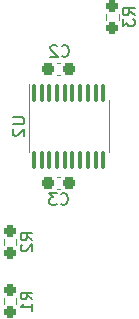
<source format=gbo>
G04 #@! TF.GenerationSoftware,KiCad,Pcbnew,6.0.7*
G04 #@! TF.CreationDate,2022-09-24T12:22:05-05:00*
G04 #@! TF.ProjectId,Penguinator-Glue-Board,50656e67-7569-46e6-9174-6f722d476c75,rev?*
G04 #@! TF.SameCoordinates,Original*
G04 #@! TF.FileFunction,Legend,Bot*
G04 #@! TF.FilePolarity,Positive*
%FSLAX46Y46*%
G04 Gerber Fmt 4.6, Leading zero omitted, Abs format (unit mm)*
G04 Created by KiCad (PCBNEW 6.0.7) date 2022-09-24 12:22:05*
%MOMM*%
%LPD*%
G01*
G04 APERTURE LIST*
G04 Aperture macros list*
%AMRoundRect*
0 Rectangle with rounded corners*
0 $1 Rounding radius*
0 $2 $3 $4 $5 $6 $7 $8 $9 X,Y pos of 4 corners*
0 Add a 4 corners polygon primitive as box body*
4,1,4,$2,$3,$4,$5,$6,$7,$8,$9,$2,$3,0*
0 Add four circle primitives for the rounded corners*
1,1,$1+$1,$2,$3*
1,1,$1+$1,$4,$5*
1,1,$1+$1,$6,$7*
1,1,$1+$1,$8,$9*
0 Add four rect primitives between the rounded corners*
20,1,$1+$1,$2,$3,$4,$5,0*
20,1,$1+$1,$4,$5,$6,$7,0*
20,1,$1+$1,$6,$7,$8,$9,0*
20,1,$1+$1,$8,$9,$2,$3,0*%
G04 Aperture macros list end*
%ADD10C,0.150000*%
%ADD11C,0.120000*%
%ADD12R,1.700000X1.700000*%
%ADD13O,1.700000X1.700000*%
%ADD14RoundRect,0.237500X0.237500X-0.250000X0.237500X0.250000X-0.237500X0.250000X-0.237500X-0.250000X0*%
%ADD15C,3.200000*%
%ADD16R,1.500000X1.500000*%
%ADD17C,1.500000*%
%ADD18R,2.400000X1.600000*%
%ADD19O,2.400000X1.600000*%
%ADD20C,3.100000*%
%ADD21C,3.000000*%
%ADD22RoundRect,0.250001X0.499999X-0.499999X0.499999X0.499999X-0.499999X0.499999X-0.499999X-0.499999X0*%
%ADD23R,1.530000X1.530000*%
%ADD24C,1.530000*%
%ADD25RoundRect,0.237500X-0.300000X-0.237500X0.300000X-0.237500X0.300000X0.237500X-0.300000X0.237500X0*%
%ADD26RoundRect,0.100000X-0.100000X0.637500X-0.100000X-0.637500X0.100000X-0.637500X0.100000X0.637500X0*%
G04 APERTURE END LIST*
D10*
X30182380Y-29533333D02*
X29706190Y-29200000D01*
X30182380Y-28961904D02*
X29182380Y-28961904D01*
X29182380Y-29342857D01*
X29230000Y-29438095D01*
X29277619Y-29485714D01*
X29372857Y-29533333D01*
X29515714Y-29533333D01*
X29610952Y-29485714D01*
X29658571Y-29438095D01*
X29706190Y-29342857D01*
X29706190Y-28961904D01*
X29182380Y-29866666D02*
X29182380Y-30485714D01*
X29563333Y-30152380D01*
X29563333Y-30295238D01*
X29610952Y-30390476D01*
X29658571Y-30438095D01*
X29753809Y-30485714D01*
X29991904Y-30485714D01*
X30087142Y-30438095D01*
X30134761Y-30390476D01*
X30182380Y-30295238D01*
X30182380Y-30009523D01*
X30134761Y-29914285D01*
X30087142Y-29866666D01*
X21532380Y-53583333D02*
X21056190Y-53250000D01*
X21532380Y-53011904D02*
X20532380Y-53011904D01*
X20532380Y-53392857D01*
X20580000Y-53488095D01*
X20627619Y-53535714D01*
X20722857Y-53583333D01*
X20865714Y-53583333D01*
X20960952Y-53535714D01*
X21008571Y-53488095D01*
X21056190Y-53392857D01*
X21056190Y-53011904D01*
X21532380Y-54535714D02*
X21532380Y-53964285D01*
X21532380Y-54250000D02*
X20532380Y-54250000D01*
X20675238Y-54154761D01*
X20770476Y-54059523D01*
X20818095Y-53964285D01*
X24004166Y-32957142D02*
X24051785Y-33004761D01*
X24194642Y-33052380D01*
X24289880Y-33052380D01*
X24432738Y-33004761D01*
X24527976Y-32909523D01*
X24575595Y-32814285D01*
X24623214Y-32623809D01*
X24623214Y-32480952D01*
X24575595Y-32290476D01*
X24527976Y-32195238D01*
X24432738Y-32100000D01*
X24289880Y-32052380D01*
X24194642Y-32052380D01*
X24051785Y-32100000D01*
X24004166Y-32147619D01*
X23623214Y-32147619D02*
X23575595Y-32100000D01*
X23480357Y-32052380D01*
X23242261Y-32052380D01*
X23147023Y-32100000D01*
X23099404Y-32147619D01*
X23051785Y-32242857D01*
X23051785Y-32338095D01*
X23099404Y-32480952D01*
X23670833Y-33052380D01*
X23051785Y-33052380D01*
X19852380Y-38188095D02*
X20661904Y-38188095D01*
X20757142Y-38235714D01*
X20804761Y-38283333D01*
X20852380Y-38378571D01*
X20852380Y-38569047D01*
X20804761Y-38664285D01*
X20757142Y-38711904D01*
X20661904Y-38759523D01*
X19852380Y-38759523D01*
X19947619Y-39188095D02*
X19900000Y-39235714D01*
X19852380Y-39330952D01*
X19852380Y-39569047D01*
X19900000Y-39664285D01*
X19947619Y-39711904D01*
X20042857Y-39759523D01*
X20138095Y-39759523D01*
X20280952Y-39711904D01*
X20852380Y-39140476D01*
X20852380Y-39759523D01*
X23916666Y-45487142D02*
X23964285Y-45534761D01*
X24107142Y-45582380D01*
X24202380Y-45582380D01*
X24345238Y-45534761D01*
X24440476Y-45439523D01*
X24488095Y-45344285D01*
X24535714Y-45153809D01*
X24535714Y-45010952D01*
X24488095Y-44820476D01*
X24440476Y-44725238D01*
X24345238Y-44630000D01*
X24202380Y-44582380D01*
X24107142Y-44582380D01*
X23964285Y-44630000D01*
X23916666Y-44677619D01*
X23583333Y-44582380D02*
X22964285Y-44582380D01*
X23297619Y-44963333D01*
X23154761Y-44963333D01*
X23059523Y-45010952D01*
X23011904Y-45058571D01*
X22964285Y-45153809D01*
X22964285Y-45391904D01*
X23011904Y-45487142D01*
X23059523Y-45534761D01*
X23154761Y-45582380D01*
X23440476Y-45582380D01*
X23535714Y-45534761D01*
X23583333Y-45487142D01*
X21532380Y-48583333D02*
X21056190Y-48250000D01*
X21532380Y-48011904D02*
X20532380Y-48011904D01*
X20532380Y-48392857D01*
X20580000Y-48488095D01*
X20627619Y-48535714D01*
X20722857Y-48583333D01*
X20865714Y-48583333D01*
X20960952Y-48535714D01*
X21008571Y-48488095D01*
X21056190Y-48392857D01*
X21056190Y-48011904D01*
X20627619Y-48964285D02*
X20580000Y-49011904D01*
X20532380Y-49107142D01*
X20532380Y-49345238D01*
X20580000Y-49440476D01*
X20627619Y-49488095D01*
X20722857Y-49535714D01*
X20818095Y-49535714D01*
X20960952Y-49488095D01*
X21532380Y-48916666D01*
X21532380Y-49535714D01*
D11*
X28822500Y-29954724D02*
X28822500Y-29445276D01*
X27777500Y-29954724D02*
X27777500Y-29445276D01*
X20172500Y-54004724D02*
X20172500Y-53495276D01*
X19127500Y-54004724D02*
X19127500Y-53495276D01*
X23603733Y-34610000D02*
X23896267Y-34610000D01*
X23603733Y-33590000D02*
X23896267Y-33590000D01*
X27985000Y-38950000D02*
X27985000Y-41150000D01*
X27985000Y-38950000D02*
X27985000Y-36750000D01*
X21215000Y-38950000D02*
X21215000Y-35350000D01*
X21215000Y-38950000D02*
X21215000Y-41150000D01*
X23603733Y-44210000D02*
X23896267Y-44210000D01*
X23603733Y-43190000D02*
X23896267Y-43190000D01*
X19127500Y-49004724D02*
X19127500Y-48495276D01*
X20172500Y-49004724D02*
X20172500Y-48495276D01*
%LPC*%
D12*
X36250000Y-10050000D03*
D13*
X36250000Y-12590000D03*
X36250000Y-15130000D03*
D12*
X36225000Y-19300000D03*
D13*
X36225000Y-21840000D03*
X36225000Y-24380000D03*
D14*
X28300000Y-28787500D03*
X28300000Y-30612500D03*
D15*
X3200000Y-38330000D03*
X3200000Y-49760000D03*
D16*
X9550000Y-39600000D03*
D17*
X12090000Y-40870000D03*
X9550000Y-42140000D03*
X12090000Y-43410000D03*
X9550000Y-44680000D03*
X12090000Y-45950000D03*
X9550000Y-47220000D03*
X12090000Y-48490000D03*
D12*
X4425000Y-20550000D03*
D13*
X6965000Y-20550000D03*
X4425000Y-23090000D03*
X6965000Y-23090000D03*
X4425000Y-25630000D03*
X6965000Y-25630000D03*
X4425000Y-28170000D03*
X6965000Y-28170000D03*
X4425000Y-30710000D03*
X6965000Y-30710000D03*
X4425000Y-33250000D03*
X6965000Y-33250000D03*
D18*
X24175000Y-55100000D03*
D19*
X24175000Y-52560000D03*
X24175000Y-50020000D03*
X24175000Y-47480000D03*
X16555000Y-47480000D03*
X16555000Y-50020000D03*
X16555000Y-52560000D03*
X16555000Y-55100000D03*
D20*
X37400000Y-56500000D03*
X3500000Y-3500000D03*
X3500000Y-56500000D03*
X37400000Y-3500000D03*
D21*
X3480000Y-12750000D03*
D22*
X7800000Y-14250000D03*
D17*
X7800000Y-11250000D03*
X10800000Y-14250000D03*
X10800000Y-11250000D03*
D23*
X17130000Y-2785000D03*
D24*
X17130000Y-5325000D03*
X17130000Y-7865000D03*
X17130000Y-10405000D03*
X17130000Y-12945000D03*
X17130000Y-15485000D03*
X17130000Y-18025000D03*
X17130000Y-20565000D03*
X17130000Y-23105000D03*
X17130000Y-25645000D03*
X17130000Y-28185000D03*
X17130000Y-30725000D03*
X17130000Y-33265000D03*
X17130000Y-35805000D03*
X17130000Y-38345000D03*
X32370000Y-38345000D03*
X32370000Y-35805000D03*
X32370000Y-33265000D03*
X32370000Y-30725000D03*
X32370000Y-28185000D03*
X32370000Y-25645000D03*
X32370000Y-23105000D03*
X32370000Y-20565000D03*
X32370000Y-18025000D03*
X32370000Y-15485000D03*
X32370000Y-12945000D03*
X32370000Y-10405000D03*
X32370000Y-7865000D03*
X32370000Y-5325000D03*
D23*
X32370000Y-2785000D03*
D14*
X19650000Y-54662500D03*
X19650000Y-52837500D03*
D25*
X22887500Y-34100000D03*
X24612500Y-34100000D03*
D26*
X21675000Y-36087500D03*
X22325000Y-36087500D03*
X22975000Y-36087500D03*
X23625000Y-36087500D03*
X24275000Y-36087500D03*
X24925000Y-36087500D03*
X25575000Y-36087500D03*
X26225000Y-36087500D03*
X26875000Y-36087500D03*
X27525000Y-36087500D03*
X27525000Y-41812500D03*
X26875000Y-41812500D03*
X26225000Y-41812500D03*
X25575000Y-41812500D03*
X24925000Y-41812500D03*
X24275000Y-41812500D03*
X23625000Y-41812500D03*
X22975000Y-41812500D03*
X22325000Y-41812500D03*
X21675000Y-41812500D03*
D25*
X22887500Y-43700000D03*
X24612500Y-43700000D03*
D14*
X19650000Y-49662500D03*
X19650000Y-47837500D03*
M02*

</source>
